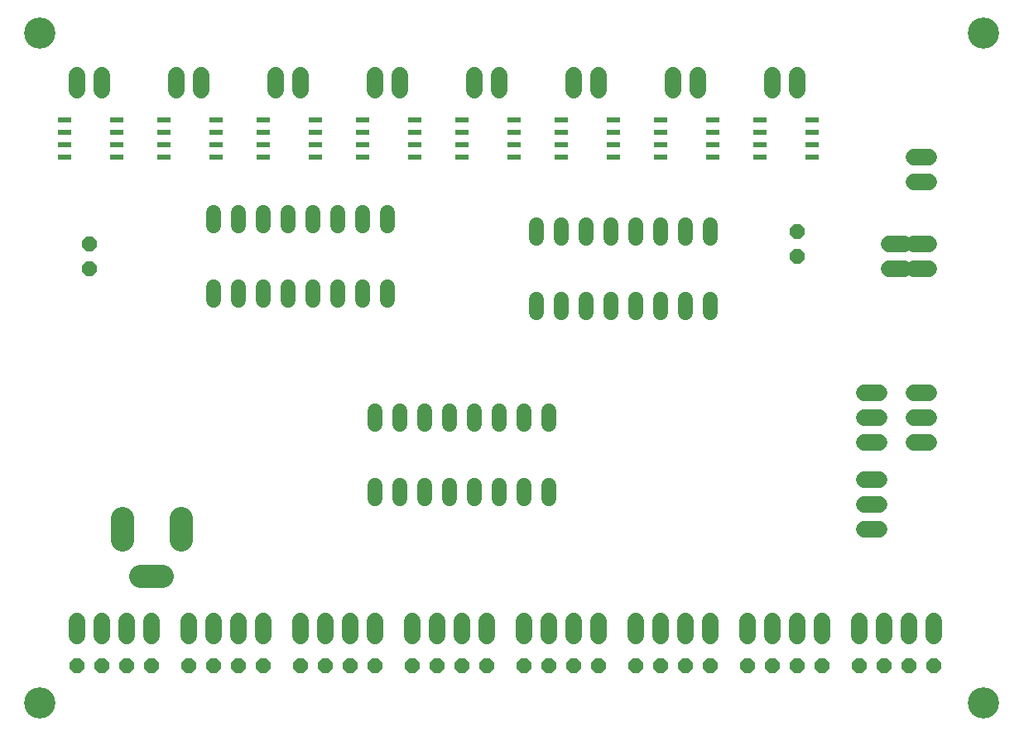
<source format=gbr>
G04 EAGLE Gerber RS-274X export*
G75*
%MOMM*%
%FSLAX34Y34*%
%LPD*%
%INSoldermask Top*%
%IPPOS*%
%AMOC8*
5,1,8,0,0,1.08239X$1,22.5*%
G01*
%ADD10C,3.203200*%
%ADD11C,1.727200*%
%ADD12P,1.649562X8X112.500000*%
%ADD13P,1.649562X8X292.500000*%
%ADD14C,1.524000*%
%ADD15P,1.649562X8X22.500000*%
%ADD16R,1.403200X0.623200*%
%ADD17C,2.387600*%


D10*
X25400Y711200D03*
X990600Y711200D03*
X990600Y25400D03*
X25400Y25400D03*
D11*
X919480Y469900D02*
X934720Y469900D01*
X934720Y495300D02*
X919480Y495300D01*
X919480Y342900D02*
X934720Y342900D01*
X934720Y317500D02*
X919480Y317500D01*
X919480Y292100D02*
X934720Y292100D01*
X883920Y342900D02*
X868680Y342900D01*
X868680Y317500D02*
X883920Y317500D01*
X883920Y292100D02*
X868680Y292100D01*
D12*
X800100Y482600D03*
X800100Y508000D03*
D13*
X76200Y495300D03*
X76200Y469900D03*
D11*
X868680Y254000D02*
X883920Y254000D01*
X883920Y228600D02*
X868680Y228600D01*
X868680Y203200D02*
X883920Y203200D01*
X894080Y469900D02*
X909320Y469900D01*
X909320Y495300D02*
X894080Y495300D01*
D14*
X711200Y501396D02*
X711200Y514604D01*
X685800Y514604D02*
X685800Y501396D01*
X609600Y501396D02*
X609600Y514604D01*
X584200Y514604D02*
X584200Y501396D01*
X660400Y501396D02*
X660400Y514604D01*
X635000Y514604D02*
X635000Y501396D01*
X558800Y501396D02*
X558800Y514604D01*
X533400Y514604D02*
X533400Y501396D01*
X533400Y438404D02*
X533400Y425196D01*
X558800Y425196D02*
X558800Y438404D01*
X584200Y438404D02*
X584200Y425196D01*
X609600Y425196D02*
X609600Y438404D01*
X635000Y438404D02*
X635000Y425196D01*
X660400Y425196D02*
X660400Y438404D01*
X685800Y438404D02*
X685800Y425196D01*
X711200Y425196D02*
X711200Y438404D01*
X203200Y437896D02*
X203200Y451104D01*
X228600Y451104D02*
X228600Y437896D01*
X304800Y437896D02*
X304800Y451104D01*
X330200Y451104D02*
X330200Y437896D01*
X254000Y437896D02*
X254000Y451104D01*
X279400Y451104D02*
X279400Y437896D01*
X355600Y437896D02*
X355600Y451104D01*
X381000Y451104D02*
X381000Y437896D01*
X381000Y514096D02*
X381000Y527304D01*
X355600Y527304D02*
X355600Y514096D01*
X330200Y514096D02*
X330200Y527304D01*
X304800Y527304D02*
X304800Y514096D01*
X279400Y514096D02*
X279400Y527304D01*
X254000Y527304D02*
X254000Y514096D01*
X228600Y514096D02*
X228600Y527304D01*
X203200Y527304D02*
X203200Y514096D01*
D11*
X393700Y652780D02*
X393700Y668020D01*
X368300Y668020D02*
X368300Y652780D01*
X292100Y652780D02*
X292100Y668020D01*
X266700Y668020D02*
X266700Y652780D01*
X800100Y652780D02*
X800100Y668020D01*
X774700Y668020D02*
X774700Y652780D01*
X698500Y652780D02*
X698500Y668020D01*
X673100Y668020D02*
X673100Y652780D01*
X190500Y652780D02*
X190500Y668020D01*
X165100Y668020D02*
X165100Y652780D01*
X88900Y652780D02*
X88900Y668020D01*
X63500Y668020D02*
X63500Y652780D01*
X596900Y652780D02*
X596900Y668020D01*
X571500Y668020D02*
X571500Y652780D01*
X495300Y652780D02*
X495300Y668020D01*
X469900Y668020D02*
X469900Y652780D01*
D14*
X368300Y247904D02*
X368300Y234696D01*
X393700Y234696D02*
X393700Y247904D01*
X469900Y247904D02*
X469900Y234696D01*
X495300Y234696D02*
X495300Y247904D01*
X419100Y247904D02*
X419100Y234696D01*
X444500Y234696D02*
X444500Y247904D01*
X520700Y247904D02*
X520700Y234696D01*
X546100Y234696D02*
X546100Y247904D01*
X546100Y310896D02*
X546100Y324104D01*
X520700Y324104D02*
X520700Y310896D01*
X495300Y310896D02*
X495300Y324104D01*
X469900Y324104D02*
X469900Y310896D01*
X444500Y310896D02*
X444500Y324104D01*
X419100Y324104D02*
X419100Y310896D01*
X393700Y310896D02*
X393700Y324104D01*
X368300Y324104D02*
X368300Y310896D01*
D11*
X863600Y109220D02*
X863600Y93980D01*
X889000Y93980D02*
X889000Y109220D01*
X749300Y109220D02*
X749300Y93980D01*
X774700Y93980D02*
X774700Y109220D01*
X635000Y109220D02*
X635000Y93980D01*
X660400Y93980D02*
X660400Y109220D01*
X520700Y109220D02*
X520700Y93980D01*
X546100Y93980D02*
X546100Y109220D01*
X406400Y109220D02*
X406400Y93980D01*
X431800Y93980D02*
X431800Y109220D01*
X292100Y109220D02*
X292100Y93980D01*
X317500Y93980D02*
X317500Y109220D01*
X177800Y109220D02*
X177800Y93980D01*
X203200Y93980D02*
X203200Y109220D01*
X63500Y109220D02*
X63500Y93980D01*
X88900Y93980D02*
X88900Y109220D01*
X939800Y109220D02*
X939800Y93980D01*
X914400Y93980D02*
X914400Y109220D01*
X825500Y109220D02*
X825500Y93980D01*
X800100Y93980D02*
X800100Y109220D01*
X711200Y109220D02*
X711200Y93980D01*
X685800Y93980D02*
X685800Y109220D01*
X596900Y109220D02*
X596900Y93980D01*
X571500Y93980D02*
X571500Y109220D01*
X482600Y109220D02*
X482600Y93980D01*
X457200Y93980D02*
X457200Y109220D01*
X368300Y109220D02*
X368300Y93980D01*
X342900Y93980D02*
X342900Y109220D01*
X254000Y109220D02*
X254000Y93980D01*
X228600Y93980D02*
X228600Y109220D01*
X139700Y109220D02*
X139700Y93980D01*
X114300Y93980D02*
X114300Y109220D01*
D15*
X863600Y63500D03*
X889000Y63500D03*
X457200Y63500D03*
X482600Y63500D03*
X292100Y63500D03*
X317500Y63500D03*
X342900Y63500D03*
X368300Y63500D03*
X177800Y63500D03*
X203200Y63500D03*
X228600Y63500D03*
X254000Y63500D03*
X63500Y63500D03*
X88900Y63500D03*
X114300Y63500D03*
X139700Y63500D03*
X914400Y63500D03*
X939800Y63500D03*
X749300Y63500D03*
X774700Y63500D03*
X800100Y63500D03*
X825500Y63500D03*
X635000Y63500D03*
X660400Y63500D03*
X685800Y63500D03*
X711200Y63500D03*
X520700Y63500D03*
X546100Y63500D03*
X571500Y63500D03*
X596900Y63500D03*
X406400Y63500D03*
X431800Y63500D03*
D11*
X919480Y558800D02*
X934720Y558800D01*
X934720Y584200D02*
X919480Y584200D01*
D16*
X355600Y622300D03*
X355600Y609600D03*
X355600Y596900D03*
X355600Y584200D03*
X408600Y622300D03*
X408600Y609600D03*
X408600Y596900D03*
X408600Y584200D03*
X254000Y622300D03*
X254000Y609600D03*
X254000Y596900D03*
X254000Y584200D03*
X307000Y622300D03*
X307000Y609600D03*
X307000Y596900D03*
X307000Y584200D03*
X762000Y622300D03*
X762000Y609600D03*
X762000Y596900D03*
X762000Y584200D03*
X815000Y622300D03*
X815000Y609600D03*
X815000Y596900D03*
X815000Y584200D03*
X660400Y622300D03*
X660400Y609600D03*
X660400Y596900D03*
X660400Y584200D03*
X713400Y622300D03*
X713400Y609600D03*
X713400Y596900D03*
X713400Y584200D03*
X152400Y622300D03*
X152400Y609600D03*
X152400Y596900D03*
X152400Y584200D03*
X205400Y622300D03*
X205400Y609600D03*
X205400Y596900D03*
X205400Y584200D03*
X50800Y622300D03*
X50800Y609600D03*
X50800Y596900D03*
X50800Y584200D03*
X103800Y622300D03*
X103800Y609600D03*
X103800Y596900D03*
X103800Y584200D03*
X558800Y622300D03*
X558800Y609600D03*
X558800Y596900D03*
X558800Y584200D03*
X611800Y622300D03*
X611800Y609600D03*
X611800Y596900D03*
X611800Y584200D03*
X457200Y622300D03*
X457200Y609600D03*
X457200Y596900D03*
X457200Y584200D03*
X510200Y622300D03*
X510200Y609600D03*
X510200Y596900D03*
X510200Y584200D03*
D17*
X150622Y155200D02*
X128778Y155200D01*
X109700Y192278D02*
X109700Y214122D01*
X169700Y214122D02*
X169700Y192278D01*
M02*

</source>
